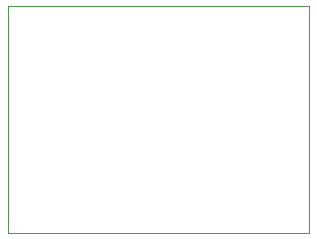
<source format=gbr>
%TF.GenerationSoftware,KiCad,Pcbnew,9.0.1*%
%TF.CreationDate,2025-05-28T15:57:22+02:00*%
%TF.ProjectId,fpc_connector_36pinOmnetics,6670635f-636f-46e6-9e65-63746f725f33,rev?*%
%TF.SameCoordinates,Original*%
%TF.FileFunction,Profile,NP*%
%FSLAX46Y46*%
G04 Gerber Fmt 4.6, Leading zero omitted, Abs format (unit mm)*
G04 Created by KiCad (PCBNEW 9.0.1) date 2025-05-28 15:57:22*
%MOMM*%
%LPD*%
G01*
G04 APERTURE LIST*
%TA.AperFunction,Profile*%
%ADD10C,0.050000*%
%TD*%
G04 APERTURE END LIST*
D10*
X137000000Y-93000000D02*
X162500000Y-93000000D01*
X162500000Y-112200000D01*
X137000000Y-112200000D01*
X137000000Y-93000000D01*
M02*

</source>
